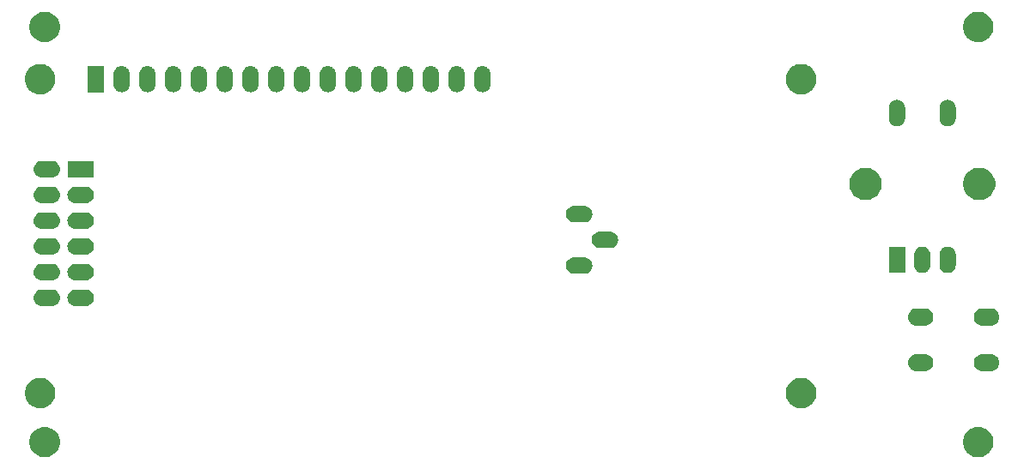
<source format=gbr>
G04 #@! TF.GenerationSoftware,KiCad,Pcbnew,(5.0.1)-rc2*
G04 #@! TF.CreationDate,2020-08-26T14:00:55+08:00*
G04 #@! TF.ProjectId,Peristaltic Pump PCB,506572697374616C7469632050756D70,rev?*
G04 #@! TF.SameCoordinates,PX2ebae40PY9d5b340*
G04 #@! TF.FileFunction,Soldermask,Bot*
G04 #@! TF.FilePolarity,Negative*
%FSLAX46Y46*%
G04 Gerber Fmt 4.6, Leading zero omitted, Abs format (unit mm)*
G04 Created by KiCad (PCBNEW (5.0.1)-rc2) date 08/26/20 14:00:55*
%MOMM*%
%LPD*%
G01*
G04 APERTURE LIST*
%ADD10C,0.100000*%
G04 APERTURE END LIST*
D10*
G36*
X96340935Y61461571D02*
X96437534Y61442356D01*
X96710517Y61329283D01*
X96952920Y61167313D01*
X96956197Y61165124D01*
X97165124Y60956197D01*
X97329284Y60710515D01*
X97442356Y60437533D01*
X97500000Y60147739D01*
X97500000Y59852261D01*
X97442356Y59562467D01*
X97329284Y59289485D01*
X97165124Y59043803D01*
X96956197Y58834876D01*
X96956194Y58834874D01*
X96710517Y58670717D01*
X96437534Y58557644D01*
X96340935Y58538429D01*
X96147739Y58500000D01*
X95852261Y58500000D01*
X95659065Y58538429D01*
X95562466Y58557644D01*
X95289483Y58670717D01*
X95043806Y58834874D01*
X95043803Y58834876D01*
X94834876Y59043803D01*
X94670716Y59289485D01*
X94557644Y59562467D01*
X94500000Y59852261D01*
X94500000Y60147739D01*
X94557644Y60437533D01*
X94670716Y60710515D01*
X94834876Y60956197D01*
X95043803Y61165124D01*
X95047080Y61167313D01*
X95289483Y61329283D01*
X95562466Y61442356D01*
X95659065Y61461571D01*
X95852261Y61500000D01*
X96147739Y61500000D01*
X96340935Y61461571D01*
X96340935Y61461571D01*
G37*
G36*
X4340935Y61461571D02*
X4437534Y61442356D01*
X4710517Y61329283D01*
X4952920Y61167313D01*
X4956197Y61165124D01*
X5165124Y60956197D01*
X5329284Y60710515D01*
X5442356Y60437533D01*
X5500000Y60147739D01*
X5500000Y59852261D01*
X5442356Y59562467D01*
X5329284Y59289485D01*
X5165124Y59043803D01*
X4956197Y58834876D01*
X4956194Y58834874D01*
X4710517Y58670717D01*
X4437534Y58557644D01*
X4340935Y58538429D01*
X4147739Y58500000D01*
X3852261Y58500000D01*
X3659065Y58538429D01*
X3562466Y58557644D01*
X3289483Y58670717D01*
X3043806Y58834874D01*
X3043803Y58834876D01*
X2834876Y59043803D01*
X2670716Y59289485D01*
X2557644Y59562467D01*
X2500000Y59852261D01*
X2500000Y60147739D01*
X2557644Y60437533D01*
X2670716Y60710515D01*
X2834876Y60956197D01*
X3043803Y61165124D01*
X3047080Y61167313D01*
X3289483Y61329283D01*
X3562466Y61442356D01*
X3659065Y61461571D01*
X3852261Y61500000D01*
X4147739Y61500000D01*
X4340935Y61461571D01*
X4340935Y61461571D01*
G37*
G36*
X3896835Y66310871D02*
X3993434Y66291656D01*
X4266417Y66178583D01*
X4508820Y66016613D01*
X4512097Y66014424D01*
X4721024Y65805497D01*
X4885184Y65559815D01*
X4998256Y65286833D01*
X5055900Y64997039D01*
X5055900Y64701561D01*
X4998256Y64411767D01*
X4885184Y64138785D01*
X4721024Y63893103D01*
X4512097Y63684176D01*
X4512094Y63684174D01*
X4266417Y63520017D01*
X3993434Y63406944D01*
X3896835Y63387729D01*
X3703639Y63349300D01*
X3408161Y63349300D01*
X3214965Y63387729D01*
X3118366Y63406944D01*
X2845383Y63520017D01*
X2599706Y63684174D01*
X2599703Y63684176D01*
X2390776Y63893103D01*
X2226616Y64138785D01*
X2113544Y64411767D01*
X2055900Y64701561D01*
X2055900Y64997039D01*
X2113544Y65286833D01*
X2226616Y65559815D01*
X2390776Y65805497D01*
X2599703Y66014424D01*
X2602980Y66016613D01*
X2845383Y66178583D01*
X3118366Y66291656D01*
X3214965Y66310871D01*
X3408161Y66349300D01*
X3703639Y66349300D01*
X3896835Y66310871D01*
X3896835Y66310871D01*
G37*
G36*
X78895415Y66310871D02*
X78992014Y66291656D01*
X79264997Y66178583D01*
X79507400Y66016613D01*
X79510677Y66014424D01*
X79719604Y65805497D01*
X79883764Y65559815D01*
X79996836Y65286833D01*
X80054480Y64997039D01*
X80054480Y64701561D01*
X79996836Y64411767D01*
X79883764Y64138785D01*
X79719604Y63893103D01*
X79510677Y63684176D01*
X79510674Y63684174D01*
X79264997Y63520017D01*
X78992014Y63406944D01*
X78895415Y63387729D01*
X78702219Y63349300D01*
X78406741Y63349300D01*
X78213545Y63387729D01*
X78116946Y63406944D01*
X77843963Y63520017D01*
X77598286Y63684174D01*
X77598283Y63684176D01*
X77389356Y63893103D01*
X77225196Y64138785D01*
X77112124Y64411767D01*
X77054480Y64701561D01*
X77054480Y64997039D01*
X77112124Y65286833D01*
X77225196Y65559815D01*
X77389356Y65805497D01*
X77598283Y66014424D01*
X77601560Y66016613D01*
X77843963Y66178583D01*
X78116946Y66291656D01*
X78213545Y66310871D01*
X78406741Y66349300D01*
X78702219Y66349300D01*
X78895415Y66310871D01*
X78895415Y66310871D01*
G37*
G36*
X90901630Y68692701D02*
X91061855Y68644097D01*
X91209520Y68565169D01*
X91338949Y68458949D01*
X91445169Y68329520D01*
X91524097Y68181855D01*
X91572701Y68021630D01*
X91589112Y67855000D01*
X91572701Y67688370D01*
X91524097Y67528145D01*
X91445169Y67380480D01*
X91338949Y67251051D01*
X91209520Y67144831D01*
X91061855Y67065903D01*
X90901630Y67017299D01*
X90776752Y67005000D01*
X89893248Y67005000D01*
X89768370Y67017299D01*
X89608145Y67065903D01*
X89460480Y67144831D01*
X89331051Y67251051D01*
X89224831Y67380480D01*
X89145903Y67528145D01*
X89097299Y67688370D01*
X89080888Y67855000D01*
X89097299Y68021630D01*
X89145903Y68181855D01*
X89224831Y68329520D01*
X89331051Y68458949D01*
X89460480Y68565169D01*
X89608145Y68644097D01*
X89768370Y68692701D01*
X89893248Y68705000D01*
X90776752Y68705000D01*
X90901630Y68692701D01*
X90901630Y68692701D01*
G37*
G36*
X97401630Y68692701D02*
X97561855Y68644097D01*
X97709520Y68565169D01*
X97838949Y68458949D01*
X97945169Y68329520D01*
X98024097Y68181855D01*
X98072701Y68021630D01*
X98089112Y67855000D01*
X98072701Y67688370D01*
X98024097Y67528145D01*
X97945169Y67380480D01*
X97838949Y67251051D01*
X97709520Y67144831D01*
X97561855Y67065903D01*
X97401630Y67017299D01*
X97276752Y67005000D01*
X96393248Y67005000D01*
X96268370Y67017299D01*
X96108145Y67065903D01*
X95960480Y67144831D01*
X95831051Y67251051D01*
X95724831Y67380480D01*
X95645903Y67528145D01*
X95597299Y67688370D01*
X95580888Y67855000D01*
X95597299Y68021630D01*
X95645903Y68181855D01*
X95724831Y68329520D01*
X95831051Y68458949D01*
X95960480Y68565169D01*
X96108145Y68644097D01*
X96268370Y68692701D01*
X96393248Y68705000D01*
X97276752Y68705000D01*
X97401630Y68692701D01*
X97401630Y68692701D01*
G37*
G36*
X90901630Y73192701D02*
X91061855Y73144097D01*
X91209520Y73065169D01*
X91338949Y72958949D01*
X91445169Y72829520D01*
X91524097Y72681855D01*
X91572701Y72521630D01*
X91589112Y72355000D01*
X91572701Y72188370D01*
X91524097Y72028145D01*
X91445169Y71880480D01*
X91338949Y71751051D01*
X91209520Y71644831D01*
X91061855Y71565903D01*
X90901630Y71517299D01*
X90776752Y71505000D01*
X89893248Y71505000D01*
X89768370Y71517299D01*
X89608145Y71565903D01*
X89460480Y71644831D01*
X89331051Y71751051D01*
X89224831Y71880480D01*
X89145903Y72028145D01*
X89097299Y72188370D01*
X89080888Y72355000D01*
X89097299Y72521630D01*
X89145903Y72681855D01*
X89224831Y72829520D01*
X89331051Y72958949D01*
X89460480Y73065169D01*
X89608145Y73144097D01*
X89768370Y73192701D01*
X89893248Y73205000D01*
X90776752Y73205000D01*
X90901630Y73192701D01*
X90901630Y73192701D01*
G37*
G36*
X97401630Y73192701D02*
X97561855Y73144097D01*
X97709520Y73065169D01*
X97838949Y72958949D01*
X97945169Y72829520D01*
X98024097Y72681855D01*
X98072701Y72521630D01*
X98089112Y72355000D01*
X98072701Y72188370D01*
X98024097Y72028145D01*
X97945169Y71880480D01*
X97838949Y71751051D01*
X97709520Y71644831D01*
X97561855Y71565903D01*
X97401630Y71517299D01*
X97276752Y71505000D01*
X96393248Y71505000D01*
X96268370Y71517299D01*
X96108145Y71565903D01*
X95960480Y71644831D01*
X95831051Y71751051D01*
X95724831Y71880480D01*
X95645903Y72028145D01*
X95597299Y72188370D01*
X95580888Y72355000D01*
X95597299Y72521630D01*
X95645903Y72681855D01*
X95724831Y72829520D01*
X95831051Y72958949D01*
X95960480Y73065169D01*
X96108145Y73144097D01*
X96268370Y73192701D01*
X96393248Y73205000D01*
X97276752Y73205000D01*
X97401630Y73192701D01*
X97401630Y73192701D01*
G37*
G36*
X8167649Y75052283D02*
X8206827Y75048424D01*
X8282228Y75025551D01*
X8357629Y75002679D01*
X8496608Y74928392D01*
X8618422Y74828422D01*
X8718392Y74706608D01*
X8792679Y74567629D01*
X8838424Y74416826D01*
X8853870Y74260000D01*
X8838424Y74103174D01*
X8792679Y73952371D01*
X8718392Y73813392D01*
X8618422Y73691578D01*
X8496608Y73591608D01*
X8357629Y73517321D01*
X8282228Y73494449D01*
X8206827Y73471576D01*
X8167649Y73467717D01*
X8089295Y73460000D01*
X7010705Y73460000D01*
X6932351Y73467717D01*
X6893173Y73471576D01*
X6817772Y73494449D01*
X6742371Y73517321D01*
X6603392Y73591608D01*
X6481578Y73691578D01*
X6381608Y73813392D01*
X6307321Y73952371D01*
X6261576Y74103174D01*
X6246130Y74260000D01*
X6261576Y74416826D01*
X6307321Y74567629D01*
X6381608Y74706608D01*
X6481578Y74828422D01*
X6603392Y74928392D01*
X6742371Y75002679D01*
X6817772Y75025551D01*
X6893173Y75048424D01*
X6932351Y75052283D01*
X7010705Y75060000D01*
X8089295Y75060000D01*
X8167649Y75052283D01*
X8167649Y75052283D01*
G37*
G36*
X4827649Y75052283D02*
X4866827Y75048424D01*
X4942228Y75025551D01*
X5017629Y75002679D01*
X5156608Y74928392D01*
X5278422Y74828422D01*
X5378392Y74706608D01*
X5452679Y74567629D01*
X5498424Y74416826D01*
X5513870Y74260000D01*
X5498424Y74103174D01*
X5452679Y73952371D01*
X5378392Y73813392D01*
X5278422Y73691578D01*
X5156608Y73591608D01*
X5017629Y73517321D01*
X4942228Y73494449D01*
X4866827Y73471576D01*
X4827649Y73467717D01*
X4749295Y73460000D01*
X3670705Y73460000D01*
X3592351Y73467717D01*
X3553173Y73471576D01*
X3477772Y73494449D01*
X3402371Y73517321D01*
X3263392Y73591608D01*
X3141578Y73691578D01*
X3041608Y73813392D01*
X2967321Y73952371D01*
X2921576Y74103174D01*
X2906130Y74260000D01*
X2921576Y74416826D01*
X2967321Y74567629D01*
X3041608Y74706608D01*
X3141578Y74828422D01*
X3263392Y74928392D01*
X3402371Y75002679D01*
X3477772Y75025551D01*
X3553173Y75048424D01*
X3592351Y75052283D01*
X3670705Y75060000D01*
X4749295Y75060000D01*
X4827649Y75052283D01*
X4827649Y75052283D01*
G37*
G36*
X4827649Y77592283D02*
X4866827Y77588424D01*
X4942227Y77565552D01*
X5017629Y77542679D01*
X5156608Y77468392D01*
X5278422Y77368422D01*
X5378392Y77246608D01*
X5452679Y77107629D01*
X5452679Y77107628D01*
X5498424Y76956827D01*
X5513870Y76800000D01*
X5498424Y76643173D01*
X5475552Y76567773D01*
X5452679Y76492371D01*
X5378392Y76353392D01*
X5278422Y76231578D01*
X5156608Y76131608D01*
X5017629Y76057321D01*
X4942228Y76034449D01*
X4866827Y76011576D01*
X4827649Y76007717D01*
X4749295Y76000000D01*
X3670705Y76000000D01*
X3592351Y76007717D01*
X3553173Y76011576D01*
X3477772Y76034449D01*
X3402371Y76057321D01*
X3263392Y76131608D01*
X3141578Y76231578D01*
X3041608Y76353392D01*
X2967321Y76492371D01*
X2944449Y76567772D01*
X2921576Y76643173D01*
X2906130Y76800000D01*
X2921576Y76956827D01*
X2967321Y77107628D01*
X2967321Y77107629D01*
X3041608Y77246608D01*
X3141578Y77368422D01*
X3263392Y77468392D01*
X3402371Y77542679D01*
X3477773Y77565552D01*
X3553173Y77588424D01*
X3592351Y77592283D01*
X3670705Y77600000D01*
X4749295Y77600000D01*
X4827649Y77592283D01*
X4827649Y77592283D01*
G37*
G36*
X8167649Y77592283D02*
X8206827Y77588424D01*
X8282227Y77565552D01*
X8357629Y77542679D01*
X8496608Y77468392D01*
X8618422Y77368422D01*
X8718392Y77246608D01*
X8792679Y77107629D01*
X8792679Y77107628D01*
X8838424Y76956827D01*
X8853870Y76800000D01*
X8838424Y76643173D01*
X8815552Y76567773D01*
X8792679Y76492371D01*
X8718392Y76353392D01*
X8618422Y76231578D01*
X8496608Y76131608D01*
X8357629Y76057321D01*
X8282228Y76034449D01*
X8206827Y76011576D01*
X8167649Y76007717D01*
X8089295Y76000000D01*
X7010705Y76000000D01*
X6932351Y76007717D01*
X6893173Y76011576D01*
X6817772Y76034449D01*
X6742371Y76057321D01*
X6603392Y76131608D01*
X6481578Y76231578D01*
X6381608Y76353392D01*
X6307321Y76492371D01*
X6284449Y76567772D01*
X6261576Y76643173D01*
X6246130Y76800000D01*
X6261576Y76956827D01*
X6307321Y77107628D01*
X6307321Y77107629D01*
X6381608Y77246608D01*
X6481578Y77368422D01*
X6603392Y77468392D01*
X6742371Y77542679D01*
X6817773Y77565552D01*
X6893173Y77588424D01*
X6932351Y77592283D01*
X7010705Y77600000D01*
X8089295Y77600000D01*
X8167649Y77592283D01*
X8167649Y77592283D01*
G37*
G36*
X57297649Y78227283D02*
X57336827Y78223424D01*
X57412227Y78200552D01*
X57487629Y78177679D01*
X57626608Y78103392D01*
X57748422Y78003422D01*
X57848392Y77881608D01*
X57922679Y77742629D01*
X57922679Y77742628D01*
X57965945Y77600000D01*
X57968424Y77591826D01*
X57983870Y77435000D01*
X57968424Y77278174D01*
X57922679Y77127371D01*
X57848392Y76988392D01*
X57748422Y76866578D01*
X57626608Y76766608D01*
X57487629Y76692321D01*
X57412227Y76669448D01*
X57336827Y76646576D01*
X57302286Y76643174D01*
X57219295Y76635000D01*
X56140705Y76635000D01*
X56057714Y76643174D01*
X56023173Y76646576D01*
X55947773Y76669448D01*
X55872371Y76692321D01*
X55733392Y76766608D01*
X55611578Y76866578D01*
X55511608Y76988392D01*
X55437321Y77127371D01*
X55391576Y77278174D01*
X55376130Y77435000D01*
X55391576Y77591826D01*
X55394056Y77600000D01*
X55437321Y77742628D01*
X55437321Y77742629D01*
X55511608Y77881608D01*
X55611578Y78003422D01*
X55733392Y78103392D01*
X55872371Y78177679D01*
X55947773Y78200552D01*
X56023173Y78223424D01*
X56062351Y78227283D01*
X56140705Y78235000D01*
X57219295Y78235000D01*
X57297649Y78227283D01*
X57297649Y78227283D01*
G37*
G36*
X90656826Y79288424D02*
X90732226Y79265552D01*
X90807628Y79242679D01*
X90946604Y79168394D01*
X90946606Y79168393D01*
X90946605Y79168393D01*
X91068422Y79068422D01*
X91068423Y79068420D01*
X91068425Y79068419D01*
X91168392Y78946608D01*
X91242679Y78807629D01*
X91253615Y78771578D01*
X91283941Y78671607D01*
X91288424Y78656826D01*
X91300000Y78539295D01*
X91300000Y77460705D01*
X91288424Y77343174D01*
X91242679Y77192371D01*
X91168392Y77053392D01*
X91068422Y76931578D01*
X90946608Y76831608D01*
X90807629Y76757321D01*
X90732228Y76734449D01*
X90656827Y76711576D01*
X90500000Y76696130D01*
X90343174Y76711576D01*
X90267773Y76734449D01*
X90192372Y76757321D01*
X90053393Y76831608D01*
X89931579Y76931578D01*
X89831609Y77053392D01*
X89757322Y77192371D01*
X89711577Y77343174D01*
X89700001Y77460705D01*
X89700000Y78539294D01*
X89711576Y78656825D01*
X89711577Y78656827D01*
X89734449Y78732227D01*
X89757321Y78807628D01*
X89831606Y78946604D01*
X89856600Y78977059D01*
X89931578Y79068422D01*
X89931580Y79068423D01*
X89931581Y79068425D01*
X90053392Y79168392D01*
X90192371Y79242679D01*
X90267773Y79265552D01*
X90343173Y79288424D01*
X90500000Y79303870D01*
X90656826Y79288424D01*
X90656826Y79288424D01*
G37*
G36*
X93156826Y79288424D02*
X93232226Y79265552D01*
X93307628Y79242679D01*
X93446604Y79168394D01*
X93446606Y79168393D01*
X93446605Y79168393D01*
X93568422Y79068422D01*
X93568423Y79068420D01*
X93568425Y79068419D01*
X93668392Y78946608D01*
X93742679Y78807629D01*
X93753615Y78771578D01*
X93783941Y78671607D01*
X93788424Y78656826D01*
X93800000Y78539295D01*
X93800000Y77460705D01*
X93788424Y77343174D01*
X93742679Y77192371D01*
X93668392Y77053392D01*
X93568422Y76931578D01*
X93446608Y76831608D01*
X93307629Y76757321D01*
X93232228Y76734449D01*
X93156827Y76711576D01*
X93000000Y76696130D01*
X92843174Y76711576D01*
X92767773Y76734449D01*
X92692372Y76757321D01*
X92553393Y76831608D01*
X92431579Y76931578D01*
X92331609Y77053392D01*
X92257322Y77192371D01*
X92211577Y77343174D01*
X92200001Y77460705D01*
X92200000Y78539294D01*
X92211576Y78656825D01*
X92211577Y78656827D01*
X92234449Y78732227D01*
X92257321Y78807628D01*
X92331606Y78946604D01*
X92356600Y78977059D01*
X92431578Y79068422D01*
X92431580Y79068423D01*
X92431581Y79068425D01*
X92553392Y79168392D01*
X92692371Y79242679D01*
X92767773Y79265552D01*
X92843173Y79288424D01*
X93000000Y79303870D01*
X93156826Y79288424D01*
X93156826Y79288424D01*
G37*
G36*
X88800000Y76700000D02*
X87200000Y76700000D01*
X87200000Y79300000D01*
X88800000Y79300000D01*
X88800000Y76700000D01*
X88800000Y76700000D01*
G37*
G36*
X8167649Y80132283D02*
X8206827Y80128424D01*
X8282227Y80105552D01*
X8357629Y80082679D01*
X8496608Y80008392D01*
X8618422Y79908422D01*
X8718392Y79786608D01*
X8792679Y79647629D01*
X8792679Y79647628D01*
X8838424Y79496827D01*
X8853870Y79340000D01*
X8838424Y79183173D01*
X8833940Y79168392D01*
X8792679Y79032371D01*
X8718392Y78893392D01*
X8618422Y78771578D01*
X8496608Y78671608D01*
X8357629Y78597321D01*
X8282228Y78574449D01*
X8206827Y78551576D01*
X8167649Y78547717D01*
X8089295Y78540000D01*
X7010705Y78540000D01*
X6932351Y78547717D01*
X6893173Y78551576D01*
X6817772Y78574449D01*
X6742371Y78597321D01*
X6603392Y78671608D01*
X6481578Y78771578D01*
X6381608Y78893392D01*
X6307321Y79032371D01*
X6266060Y79168392D01*
X6261576Y79183173D01*
X6246130Y79340000D01*
X6261576Y79496827D01*
X6307321Y79647628D01*
X6307321Y79647629D01*
X6381608Y79786608D01*
X6481578Y79908422D01*
X6603392Y80008392D01*
X6742371Y80082679D01*
X6817773Y80105552D01*
X6893173Y80128424D01*
X6932351Y80132283D01*
X7010705Y80140000D01*
X8089295Y80140000D01*
X8167649Y80132283D01*
X8167649Y80132283D01*
G37*
G36*
X4827649Y80132283D02*
X4866827Y80128424D01*
X4942227Y80105552D01*
X5017629Y80082679D01*
X5156608Y80008392D01*
X5278422Y79908422D01*
X5378392Y79786608D01*
X5452679Y79647629D01*
X5452679Y79647628D01*
X5498424Y79496827D01*
X5513870Y79340000D01*
X5498424Y79183173D01*
X5493940Y79168392D01*
X5452679Y79032371D01*
X5378392Y78893392D01*
X5278422Y78771578D01*
X5156608Y78671608D01*
X5017629Y78597321D01*
X4942228Y78574449D01*
X4866827Y78551576D01*
X4827649Y78547717D01*
X4749295Y78540000D01*
X3670705Y78540000D01*
X3592351Y78547717D01*
X3553173Y78551576D01*
X3477772Y78574449D01*
X3402371Y78597321D01*
X3263392Y78671608D01*
X3141578Y78771578D01*
X3041608Y78893392D01*
X2967321Y79032371D01*
X2926060Y79168392D01*
X2921576Y79183173D01*
X2906130Y79340000D01*
X2921576Y79496827D01*
X2967321Y79647628D01*
X2967321Y79647629D01*
X3041608Y79786608D01*
X3141578Y79908422D01*
X3263392Y80008392D01*
X3402371Y80082679D01*
X3477773Y80105552D01*
X3553173Y80128424D01*
X3592351Y80132283D01*
X3670705Y80140000D01*
X4749295Y80140000D01*
X4827649Y80132283D01*
X4827649Y80132283D01*
G37*
G36*
X59837649Y80767283D02*
X59876827Y80763424D01*
X59952228Y80740551D01*
X60027629Y80717679D01*
X60166608Y80643392D01*
X60288422Y80543422D01*
X60388392Y80421608D01*
X60462679Y80282629D01*
X60462679Y80282628D01*
X60505945Y80140000D01*
X60508424Y80131826D01*
X60523870Y79975000D01*
X60508424Y79818174D01*
X60462679Y79667371D01*
X60388392Y79528392D01*
X60288422Y79406578D01*
X60166608Y79306608D01*
X60027629Y79232321D01*
X59952228Y79209449D01*
X59876827Y79186576D01*
X59842286Y79183174D01*
X59759295Y79175000D01*
X58680705Y79175000D01*
X58597714Y79183174D01*
X58563173Y79186576D01*
X58487772Y79209449D01*
X58412371Y79232321D01*
X58273392Y79306608D01*
X58151578Y79406578D01*
X58051608Y79528392D01*
X57977321Y79667371D01*
X57931576Y79818174D01*
X57916130Y79975000D01*
X57931576Y80131826D01*
X57934056Y80140000D01*
X57977321Y80282628D01*
X57977321Y80282629D01*
X58051608Y80421608D01*
X58151578Y80543422D01*
X58273392Y80643392D01*
X58412371Y80717679D01*
X58487772Y80740551D01*
X58563173Y80763424D01*
X58602351Y80767283D01*
X58680705Y80775000D01*
X59759295Y80775000D01*
X59837649Y80767283D01*
X59837649Y80767283D01*
G37*
G36*
X8167649Y82672283D02*
X8206827Y82668424D01*
X8282228Y82645551D01*
X8357629Y82622679D01*
X8496608Y82548392D01*
X8618422Y82448422D01*
X8718392Y82326608D01*
X8792679Y82187629D01*
X8792679Y82187628D01*
X8838424Y82036827D01*
X8853870Y81880000D01*
X8838424Y81723173D01*
X8815552Y81647773D01*
X8792679Y81572371D01*
X8718392Y81433392D01*
X8618422Y81311578D01*
X8496608Y81211608D01*
X8357629Y81137321D01*
X8282228Y81114449D01*
X8206827Y81091576D01*
X8167649Y81087717D01*
X8089295Y81080000D01*
X7010705Y81080000D01*
X6932351Y81087717D01*
X6893173Y81091576D01*
X6817772Y81114449D01*
X6742371Y81137321D01*
X6603392Y81211608D01*
X6481578Y81311578D01*
X6381608Y81433392D01*
X6307321Y81572371D01*
X6284448Y81647773D01*
X6261576Y81723173D01*
X6246130Y81880000D01*
X6261576Y82036827D01*
X6307321Y82187628D01*
X6307321Y82187629D01*
X6381608Y82326608D01*
X6481578Y82448422D01*
X6603392Y82548392D01*
X6742371Y82622679D01*
X6817772Y82645551D01*
X6893173Y82668424D01*
X6932351Y82672283D01*
X7010705Y82680000D01*
X8089295Y82680000D01*
X8167649Y82672283D01*
X8167649Y82672283D01*
G37*
G36*
X4827649Y82672283D02*
X4866827Y82668424D01*
X4942228Y82645551D01*
X5017629Y82622679D01*
X5156608Y82548392D01*
X5278422Y82448422D01*
X5378392Y82326608D01*
X5452679Y82187629D01*
X5452679Y82187628D01*
X5498424Y82036827D01*
X5513870Y81880000D01*
X5498424Y81723173D01*
X5475552Y81647773D01*
X5452679Y81572371D01*
X5378392Y81433392D01*
X5278422Y81311578D01*
X5156608Y81211608D01*
X5017629Y81137321D01*
X4942228Y81114449D01*
X4866827Y81091576D01*
X4827649Y81087717D01*
X4749295Y81080000D01*
X3670705Y81080000D01*
X3592351Y81087717D01*
X3553173Y81091576D01*
X3477772Y81114449D01*
X3402371Y81137321D01*
X3263392Y81211608D01*
X3141578Y81311578D01*
X3041608Y81433392D01*
X2967321Y81572371D01*
X2944448Y81647773D01*
X2921576Y81723173D01*
X2906130Y81880000D01*
X2921576Y82036827D01*
X2967321Y82187628D01*
X2967321Y82187629D01*
X3041608Y82326608D01*
X3141578Y82448422D01*
X3263392Y82548392D01*
X3402371Y82622679D01*
X3477772Y82645551D01*
X3553173Y82668424D01*
X3592351Y82672283D01*
X3670705Y82680000D01*
X4749295Y82680000D01*
X4827649Y82672283D01*
X4827649Y82672283D01*
G37*
G36*
X57297649Y83307283D02*
X57336827Y83303424D01*
X57412227Y83280552D01*
X57487629Y83257679D01*
X57626608Y83183392D01*
X57748422Y83083422D01*
X57848392Y82961608D01*
X57922679Y82822629D01*
X57922679Y82822628D01*
X57965945Y82680000D01*
X57968424Y82671826D01*
X57983870Y82515000D01*
X57968424Y82358174D01*
X57922679Y82207371D01*
X57848392Y82068392D01*
X57748422Y81946578D01*
X57626608Y81846608D01*
X57487629Y81772321D01*
X57412227Y81749448D01*
X57336827Y81726576D01*
X57302286Y81723174D01*
X57219295Y81715000D01*
X56140705Y81715000D01*
X56057714Y81723174D01*
X56023173Y81726576D01*
X55947773Y81749448D01*
X55872371Y81772321D01*
X55733392Y81846608D01*
X55611578Y81946578D01*
X55511608Y82068392D01*
X55437321Y82207371D01*
X55391576Y82358174D01*
X55376130Y82515000D01*
X55391576Y82671826D01*
X55394056Y82680000D01*
X55437321Y82822628D01*
X55437321Y82822629D01*
X55511608Y82961608D01*
X55611578Y83083422D01*
X55733392Y83183392D01*
X55872371Y83257679D01*
X55947773Y83280552D01*
X56023173Y83303424D01*
X56062351Y83307283D01*
X56140705Y83315000D01*
X57219295Y83315000D01*
X57297649Y83307283D01*
X57297649Y83307283D01*
G37*
G36*
X4827649Y85212283D02*
X4866827Y85208424D01*
X4942227Y85185552D01*
X5017629Y85162679D01*
X5156608Y85088392D01*
X5278422Y84988422D01*
X5378392Y84866608D01*
X5452679Y84727629D01*
X5498424Y84576826D01*
X5513870Y84420000D01*
X5498424Y84263174D01*
X5452679Y84112371D01*
X5378392Y83973392D01*
X5278422Y83851578D01*
X5156608Y83751608D01*
X5017629Y83677321D01*
X4942228Y83654449D01*
X4866827Y83631576D01*
X4827649Y83627717D01*
X4749295Y83620000D01*
X3670705Y83620000D01*
X3592351Y83627717D01*
X3553173Y83631576D01*
X3477773Y83654448D01*
X3402371Y83677321D01*
X3263392Y83751608D01*
X3141578Y83851578D01*
X3041608Y83973392D01*
X2967321Y84112371D01*
X2921576Y84263174D01*
X2906130Y84420000D01*
X2921576Y84576826D01*
X2967321Y84727629D01*
X3041608Y84866608D01*
X3141578Y84988422D01*
X3263392Y85088392D01*
X3402371Y85162679D01*
X3477773Y85185552D01*
X3553173Y85208424D01*
X3592351Y85212283D01*
X3670705Y85220000D01*
X4749295Y85220000D01*
X4827649Y85212283D01*
X4827649Y85212283D01*
G37*
G36*
X8167649Y85212283D02*
X8206827Y85208424D01*
X8282227Y85185552D01*
X8357629Y85162679D01*
X8496608Y85088392D01*
X8618422Y84988422D01*
X8718392Y84866608D01*
X8792679Y84727629D01*
X8838424Y84576826D01*
X8853870Y84420000D01*
X8838424Y84263174D01*
X8792679Y84112371D01*
X8718392Y83973392D01*
X8618422Y83851578D01*
X8496608Y83751608D01*
X8357629Y83677321D01*
X8282228Y83654449D01*
X8206827Y83631576D01*
X8167649Y83627717D01*
X8089295Y83620000D01*
X7010705Y83620000D01*
X6932351Y83627717D01*
X6893173Y83631576D01*
X6817773Y83654448D01*
X6742371Y83677321D01*
X6603392Y83751608D01*
X6481578Y83851578D01*
X6381608Y83973392D01*
X6307321Y84112371D01*
X6261576Y84263174D01*
X6246130Y84420000D01*
X6261576Y84576826D01*
X6307321Y84727629D01*
X6381608Y84866608D01*
X6481578Y84988422D01*
X6603392Y85088392D01*
X6742371Y85162679D01*
X6817773Y85185552D01*
X6893173Y85208424D01*
X6932351Y85212283D01*
X7010705Y85220000D01*
X8089295Y85220000D01*
X8167649Y85212283D01*
X8167649Y85212283D01*
G37*
G36*
X96566703Y87038514D02*
X96857883Y86917903D01*
X97119944Y86742799D01*
X97342799Y86519944D01*
X97517903Y86257883D01*
X97638514Y85966703D01*
X97700000Y85657588D01*
X97700000Y85342412D01*
X97638514Y85033297D01*
X97517903Y84742117D01*
X97342799Y84480056D01*
X97119944Y84257201D01*
X96857883Y84082097D01*
X96566703Y83961486D01*
X96257588Y83900000D01*
X95942412Y83900000D01*
X95633297Y83961486D01*
X95342117Y84082097D01*
X95080056Y84257201D01*
X94857201Y84480056D01*
X94682097Y84742117D01*
X94561486Y85033297D01*
X94500000Y85342412D01*
X94500000Y85657588D01*
X94561486Y85966703D01*
X94682097Y86257883D01*
X94857201Y86519944D01*
X95080056Y86742799D01*
X95342117Y86917903D01*
X95633297Y87038514D01*
X95942412Y87100000D01*
X96257588Y87100000D01*
X96566703Y87038514D01*
X96566703Y87038514D01*
G37*
G36*
X85366703Y87038514D02*
X85657883Y86917903D01*
X85919944Y86742799D01*
X86142799Y86519944D01*
X86317903Y86257883D01*
X86438514Y85966703D01*
X86500000Y85657588D01*
X86500000Y85342412D01*
X86438514Y85033297D01*
X86317903Y84742117D01*
X86142799Y84480056D01*
X85919944Y84257201D01*
X85657883Y84082097D01*
X85366703Y83961486D01*
X85057588Y83900000D01*
X84742412Y83900000D01*
X84433297Y83961486D01*
X84142117Y84082097D01*
X83880056Y84257201D01*
X83657201Y84480056D01*
X83482097Y84742117D01*
X83361486Y85033297D01*
X83300000Y85342412D01*
X83300000Y85657588D01*
X83361486Y85966703D01*
X83482097Y86257883D01*
X83657201Y86519944D01*
X83880056Y86742799D01*
X84142117Y86917903D01*
X84433297Y87038514D01*
X84742412Y87100000D01*
X85057588Y87100000D01*
X85366703Y87038514D01*
X85366703Y87038514D01*
G37*
G36*
X4827649Y87752283D02*
X4866827Y87748424D01*
X4942228Y87725551D01*
X5017629Y87702679D01*
X5156608Y87628392D01*
X5278422Y87528422D01*
X5378392Y87406608D01*
X5452679Y87267629D01*
X5498424Y87116826D01*
X5513870Y86960000D01*
X5498424Y86803174D01*
X5452679Y86652371D01*
X5378392Y86513392D01*
X5278422Y86391578D01*
X5156608Y86291608D01*
X5017629Y86217321D01*
X4942227Y86194448D01*
X4866827Y86171576D01*
X4827649Y86167717D01*
X4749295Y86160000D01*
X3670705Y86160000D01*
X3592351Y86167717D01*
X3553173Y86171576D01*
X3477772Y86194449D01*
X3402371Y86217321D01*
X3263392Y86291608D01*
X3141578Y86391578D01*
X3041608Y86513392D01*
X2967321Y86652371D01*
X2921576Y86803174D01*
X2906130Y86960000D01*
X2921576Y87116826D01*
X2967321Y87267629D01*
X3041608Y87406608D01*
X3141578Y87528422D01*
X3263392Y87628392D01*
X3402371Y87702679D01*
X3477772Y87725551D01*
X3553173Y87748424D01*
X3592351Y87752283D01*
X3670705Y87760000D01*
X4749295Y87760000D01*
X4827649Y87752283D01*
X4827649Y87752283D01*
G37*
G36*
X8850000Y86160000D02*
X6250000Y86160000D01*
X6250000Y87760000D01*
X8850000Y87760000D01*
X8850000Y86160000D01*
X8850000Y86160000D01*
G37*
G36*
X93156826Y93788424D02*
X93232226Y93765552D01*
X93307628Y93742679D01*
X93446604Y93668394D01*
X93446606Y93668393D01*
X93446605Y93668393D01*
X93568422Y93568422D01*
X93568423Y93568420D01*
X93568425Y93568419D01*
X93668392Y93446608D01*
X93742679Y93307629D01*
X93788424Y93156826D01*
X93800000Y93039295D01*
X93800000Y91960705D01*
X93788424Y91843174D01*
X93742679Y91692371D01*
X93668392Y91553392D01*
X93568422Y91431578D01*
X93446608Y91331608D01*
X93307629Y91257321D01*
X93232228Y91234449D01*
X93156827Y91211576D01*
X93000000Y91196130D01*
X92843174Y91211576D01*
X92767773Y91234449D01*
X92692372Y91257321D01*
X92553393Y91331608D01*
X92431579Y91431578D01*
X92331609Y91553392D01*
X92257322Y91692371D01*
X92211577Y91843174D01*
X92200001Y91960705D01*
X92200000Y93039294D01*
X92211576Y93156825D01*
X92211577Y93156827D01*
X92257321Y93307627D01*
X92257321Y93307628D01*
X92331606Y93446604D01*
X92431576Y93568419D01*
X92431578Y93568422D01*
X92431580Y93568423D01*
X92431581Y93568425D01*
X92553392Y93668392D01*
X92692371Y93742679D01*
X92767772Y93765551D01*
X92843173Y93788424D01*
X93000000Y93803870D01*
X93156826Y93788424D01*
X93156826Y93788424D01*
G37*
G36*
X88156826Y93788424D02*
X88232226Y93765552D01*
X88307628Y93742679D01*
X88446604Y93668394D01*
X88446606Y93668393D01*
X88446605Y93668393D01*
X88568422Y93568422D01*
X88568423Y93568420D01*
X88568425Y93568419D01*
X88668392Y93446608D01*
X88742679Y93307629D01*
X88788424Y93156826D01*
X88800000Y93039295D01*
X88800000Y91960705D01*
X88788424Y91843174D01*
X88742679Y91692371D01*
X88668392Y91553392D01*
X88568422Y91431578D01*
X88446608Y91331608D01*
X88307629Y91257321D01*
X88232228Y91234449D01*
X88156827Y91211576D01*
X88000000Y91196130D01*
X87843174Y91211576D01*
X87767773Y91234449D01*
X87692372Y91257321D01*
X87553393Y91331608D01*
X87431579Y91431578D01*
X87331609Y91553392D01*
X87257322Y91692371D01*
X87211577Y91843174D01*
X87200001Y91960705D01*
X87200000Y93039294D01*
X87211576Y93156825D01*
X87211577Y93156827D01*
X87257321Y93307627D01*
X87257321Y93307628D01*
X87331606Y93446604D01*
X87431576Y93568419D01*
X87431578Y93568422D01*
X87431580Y93568423D01*
X87431581Y93568425D01*
X87553392Y93668392D01*
X87692371Y93742679D01*
X87767772Y93765551D01*
X87843173Y93788424D01*
X88000000Y93803870D01*
X88156826Y93788424D01*
X88156826Y93788424D01*
G37*
G36*
X3896835Y97311571D02*
X3993434Y97292356D01*
X4266417Y97179283D01*
X4327566Y97138424D01*
X4512097Y97015124D01*
X4721024Y96806197D01*
X4885184Y96560515D01*
X4907423Y96506825D01*
X4956107Y96389292D01*
X4998256Y96287533D01*
X5055900Y95997739D01*
X5055900Y95702261D01*
X4998256Y95412467D01*
X4885184Y95139485D01*
X4721024Y94893803D01*
X4512097Y94684876D01*
X4512094Y94684874D01*
X4266417Y94520717D01*
X3993434Y94407644D01*
X3896835Y94388429D01*
X3703639Y94350000D01*
X3408161Y94350000D01*
X3214965Y94388429D01*
X3118366Y94407644D01*
X2845383Y94520717D01*
X2599706Y94684874D01*
X2599703Y94684876D01*
X2390776Y94893803D01*
X2226616Y95139485D01*
X2113544Y95412467D01*
X2055900Y95702261D01*
X2055900Y95997739D01*
X2113544Y96287533D01*
X2155694Y96389292D01*
X2204377Y96506825D01*
X2226616Y96560515D01*
X2390776Y96806197D01*
X2599703Y97015124D01*
X2784234Y97138424D01*
X2845383Y97179283D01*
X3118366Y97292356D01*
X3214965Y97311571D01*
X3408161Y97350000D01*
X3703639Y97350000D01*
X3896835Y97311571D01*
X3896835Y97311571D01*
G37*
G36*
X78895935Y97311571D02*
X78992534Y97292356D01*
X79265517Y97179283D01*
X79326666Y97138424D01*
X79511197Y97015124D01*
X79720124Y96806197D01*
X79884284Y96560515D01*
X79906523Y96506825D01*
X79955207Y96389292D01*
X79997356Y96287533D01*
X80055000Y95997739D01*
X80055000Y95702261D01*
X79997356Y95412467D01*
X79884284Y95139485D01*
X79720124Y94893803D01*
X79511197Y94684876D01*
X79511194Y94684874D01*
X79265517Y94520717D01*
X78992534Y94407644D01*
X78895935Y94388429D01*
X78702739Y94350000D01*
X78407261Y94350000D01*
X78214065Y94388429D01*
X78117466Y94407644D01*
X77844483Y94520717D01*
X77598806Y94684874D01*
X77598803Y94684876D01*
X77389876Y94893803D01*
X77225716Y95139485D01*
X77112644Y95412467D01*
X77055000Y95702261D01*
X77055000Y95997739D01*
X77112644Y96287533D01*
X77154794Y96389292D01*
X77203477Y96506825D01*
X77225716Y96560515D01*
X77389876Y96806197D01*
X77598803Y97015124D01*
X77783334Y97138424D01*
X77844483Y97179283D01*
X78117466Y97292356D01*
X78214065Y97311571D01*
X78407261Y97350000D01*
X78702739Y97350000D01*
X78895935Y97311571D01*
X78895935Y97311571D01*
G37*
G36*
X24451826Y97138424D02*
X24527227Y97115551D01*
X24602628Y97092679D01*
X24741604Y97018394D01*
X24772059Y96993400D01*
X24863422Y96918422D01*
X24863423Y96918420D01*
X24863425Y96918419D01*
X24963392Y96796608D01*
X25037679Y96657629D01*
X25083424Y96506826D01*
X25095000Y96389295D01*
X25095000Y95310705D01*
X25083424Y95193174D01*
X25037679Y95042371D01*
X24963392Y94903392D01*
X24863422Y94781578D01*
X24741608Y94681608D01*
X24602629Y94607321D01*
X24527227Y94584448D01*
X24451827Y94561576D01*
X24295000Y94546130D01*
X24138174Y94561576D01*
X24062774Y94584448D01*
X23987372Y94607321D01*
X23848393Y94681608D01*
X23726579Y94781578D01*
X23626609Y94903392D01*
X23552322Y95042371D01*
X23506577Y95193174D01*
X23495001Y95310705D01*
X23495000Y96389294D01*
X23506576Y96506825D01*
X23506577Y96506827D01*
X23552321Y96657627D01*
X23552321Y96657628D01*
X23626606Y96796604D01*
X23726576Y96918419D01*
X23726578Y96918422D01*
X23726580Y96918423D01*
X23726581Y96918425D01*
X23848392Y97018392D01*
X23987371Y97092679D01*
X24062772Y97115551D01*
X24138173Y97138424D01*
X24295000Y97153870D01*
X24451826Y97138424D01*
X24451826Y97138424D01*
G37*
G36*
X47311826Y97138424D02*
X47387227Y97115551D01*
X47462628Y97092679D01*
X47601604Y97018394D01*
X47632059Y96993400D01*
X47723422Y96918422D01*
X47723423Y96918420D01*
X47723425Y96918419D01*
X47823392Y96796608D01*
X47897679Y96657629D01*
X47943424Y96506826D01*
X47955000Y96389295D01*
X47955000Y95310705D01*
X47943424Y95193174D01*
X47897679Y95042371D01*
X47823392Y94903392D01*
X47723422Y94781578D01*
X47601608Y94681608D01*
X47462629Y94607321D01*
X47387227Y94584448D01*
X47311827Y94561576D01*
X47155000Y94546130D01*
X46998174Y94561576D01*
X46922774Y94584448D01*
X46847372Y94607321D01*
X46708393Y94681608D01*
X46586579Y94781578D01*
X46486609Y94903392D01*
X46412322Y95042371D01*
X46366577Y95193174D01*
X46355001Y95310705D01*
X46355000Y96389294D01*
X46366576Y96506825D01*
X46366577Y96506827D01*
X46412321Y96657627D01*
X46412321Y96657628D01*
X46486606Y96796604D01*
X46586576Y96918419D01*
X46586578Y96918422D01*
X46586580Y96918423D01*
X46586581Y96918425D01*
X46708392Y97018392D01*
X46847371Y97092679D01*
X46922772Y97115551D01*
X46998173Y97138424D01*
X47155000Y97153870D01*
X47311826Y97138424D01*
X47311826Y97138424D01*
G37*
G36*
X44771826Y97138424D02*
X44847227Y97115551D01*
X44922628Y97092679D01*
X45061604Y97018394D01*
X45092059Y96993400D01*
X45183422Y96918422D01*
X45183423Y96918420D01*
X45183425Y96918419D01*
X45283392Y96796608D01*
X45357679Y96657629D01*
X45403424Y96506826D01*
X45415000Y96389295D01*
X45415000Y95310705D01*
X45403424Y95193174D01*
X45357679Y95042371D01*
X45283392Y94903392D01*
X45183422Y94781578D01*
X45061608Y94681608D01*
X44922629Y94607321D01*
X44847227Y94584448D01*
X44771827Y94561576D01*
X44615000Y94546130D01*
X44458174Y94561576D01*
X44382774Y94584448D01*
X44307372Y94607321D01*
X44168393Y94681608D01*
X44046579Y94781578D01*
X43946609Y94903392D01*
X43872322Y95042371D01*
X43826577Y95193174D01*
X43815001Y95310705D01*
X43815000Y96389294D01*
X43826576Y96506825D01*
X43826577Y96506827D01*
X43872321Y96657627D01*
X43872321Y96657628D01*
X43946606Y96796604D01*
X44046576Y96918419D01*
X44046578Y96918422D01*
X44046580Y96918423D01*
X44046581Y96918425D01*
X44168392Y97018392D01*
X44307371Y97092679D01*
X44382772Y97115551D01*
X44458173Y97138424D01*
X44615000Y97153870D01*
X44771826Y97138424D01*
X44771826Y97138424D01*
G37*
G36*
X42231826Y97138424D02*
X42307227Y97115551D01*
X42382628Y97092679D01*
X42521604Y97018394D01*
X42552059Y96993400D01*
X42643422Y96918422D01*
X42643423Y96918420D01*
X42643425Y96918419D01*
X42743392Y96796608D01*
X42817679Y96657629D01*
X42863424Y96506826D01*
X42875000Y96389295D01*
X42875000Y95310705D01*
X42863424Y95193174D01*
X42817679Y95042371D01*
X42743392Y94903392D01*
X42643422Y94781578D01*
X42521608Y94681608D01*
X42382629Y94607321D01*
X42307227Y94584448D01*
X42231827Y94561576D01*
X42075000Y94546130D01*
X41918174Y94561576D01*
X41842774Y94584448D01*
X41767372Y94607321D01*
X41628393Y94681608D01*
X41506579Y94781578D01*
X41406609Y94903392D01*
X41332322Y95042371D01*
X41286577Y95193174D01*
X41275001Y95310705D01*
X41275000Y96389294D01*
X41286576Y96506825D01*
X41286577Y96506827D01*
X41332321Y96657627D01*
X41332321Y96657628D01*
X41406606Y96796604D01*
X41506576Y96918419D01*
X41506578Y96918422D01*
X41506580Y96918423D01*
X41506581Y96918425D01*
X41628392Y97018392D01*
X41767371Y97092679D01*
X41842772Y97115551D01*
X41918173Y97138424D01*
X42075000Y97153870D01*
X42231826Y97138424D01*
X42231826Y97138424D01*
G37*
G36*
X39691826Y97138424D02*
X39767227Y97115551D01*
X39842628Y97092679D01*
X39981604Y97018394D01*
X40012059Y96993400D01*
X40103422Y96918422D01*
X40103423Y96918420D01*
X40103425Y96918419D01*
X40203392Y96796608D01*
X40277679Y96657629D01*
X40323424Y96506826D01*
X40335000Y96389295D01*
X40335000Y95310705D01*
X40323424Y95193174D01*
X40277679Y95042371D01*
X40203392Y94903392D01*
X40103422Y94781578D01*
X39981608Y94681608D01*
X39842629Y94607321D01*
X39767227Y94584448D01*
X39691827Y94561576D01*
X39535000Y94546130D01*
X39378174Y94561576D01*
X39302774Y94584448D01*
X39227372Y94607321D01*
X39088393Y94681608D01*
X38966579Y94781578D01*
X38866609Y94903392D01*
X38792322Y95042371D01*
X38746577Y95193174D01*
X38735001Y95310705D01*
X38735000Y96389294D01*
X38746576Y96506825D01*
X38746577Y96506827D01*
X38792321Y96657627D01*
X38792321Y96657628D01*
X38866606Y96796604D01*
X38966576Y96918419D01*
X38966578Y96918422D01*
X38966580Y96918423D01*
X38966581Y96918425D01*
X39088392Y97018392D01*
X39227371Y97092679D01*
X39302772Y97115551D01*
X39378173Y97138424D01*
X39535000Y97153870D01*
X39691826Y97138424D01*
X39691826Y97138424D01*
G37*
G36*
X37151826Y97138424D02*
X37227227Y97115551D01*
X37302628Y97092679D01*
X37441604Y97018394D01*
X37472059Y96993400D01*
X37563422Y96918422D01*
X37563423Y96918420D01*
X37563425Y96918419D01*
X37663392Y96796608D01*
X37737679Y96657629D01*
X37783424Y96506826D01*
X37795000Y96389295D01*
X37795000Y95310705D01*
X37783424Y95193174D01*
X37737679Y95042371D01*
X37663392Y94903392D01*
X37563422Y94781578D01*
X37441608Y94681608D01*
X37302629Y94607321D01*
X37227227Y94584448D01*
X37151827Y94561576D01*
X36995000Y94546130D01*
X36838174Y94561576D01*
X36762774Y94584448D01*
X36687372Y94607321D01*
X36548393Y94681608D01*
X36426579Y94781578D01*
X36326609Y94903392D01*
X36252322Y95042371D01*
X36206577Y95193174D01*
X36195001Y95310705D01*
X36195000Y96389294D01*
X36206576Y96506825D01*
X36206577Y96506827D01*
X36252321Y96657627D01*
X36252321Y96657628D01*
X36326606Y96796604D01*
X36426576Y96918419D01*
X36426578Y96918422D01*
X36426580Y96918423D01*
X36426581Y96918425D01*
X36548392Y97018392D01*
X36687371Y97092679D01*
X36762772Y97115551D01*
X36838173Y97138424D01*
X36995000Y97153870D01*
X37151826Y97138424D01*
X37151826Y97138424D01*
G37*
G36*
X34611826Y97138424D02*
X34687227Y97115551D01*
X34762628Y97092679D01*
X34901604Y97018394D01*
X34932059Y96993400D01*
X35023422Y96918422D01*
X35023423Y96918420D01*
X35023425Y96918419D01*
X35123392Y96796608D01*
X35197679Y96657629D01*
X35243424Y96506826D01*
X35255000Y96389295D01*
X35255000Y95310705D01*
X35243424Y95193174D01*
X35197679Y95042371D01*
X35123392Y94903392D01*
X35023422Y94781578D01*
X34901608Y94681608D01*
X34762629Y94607321D01*
X34687227Y94584448D01*
X34611827Y94561576D01*
X34455000Y94546130D01*
X34298174Y94561576D01*
X34222774Y94584448D01*
X34147372Y94607321D01*
X34008393Y94681608D01*
X33886579Y94781578D01*
X33786609Y94903392D01*
X33712322Y95042371D01*
X33666577Y95193174D01*
X33655001Y95310705D01*
X33655000Y96389294D01*
X33666576Y96506825D01*
X33666577Y96506827D01*
X33712321Y96657627D01*
X33712321Y96657628D01*
X33786606Y96796604D01*
X33886576Y96918419D01*
X33886578Y96918422D01*
X33886580Y96918423D01*
X33886581Y96918425D01*
X34008392Y97018392D01*
X34147371Y97092679D01*
X34222772Y97115551D01*
X34298173Y97138424D01*
X34455000Y97153870D01*
X34611826Y97138424D01*
X34611826Y97138424D01*
G37*
G36*
X32071826Y97138424D02*
X32147227Y97115551D01*
X32222628Y97092679D01*
X32361604Y97018394D01*
X32392059Y96993400D01*
X32483422Y96918422D01*
X32483423Y96918420D01*
X32483425Y96918419D01*
X32583392Y96796608D01*
X32657679Y96657629D01*
X32703424Y96506826D01*
X32715000Y96389295D01*
X32715000Y95310705D01*
X32703424Y95193174D01*
X32657679Y95042371D01*
X32583392Y94903392D01*
X32483422Y94781578D01*
X32361608Y94681608D01*
X32222629Y94607321D01*
X32147227Y94584448D01*
X32071827Y94561576D01*
X31915000Y94546130D01*
X31758174Y94561576D01*
X31682774Y94584448D01*
X31607372Y94607321D01*
X31468393Y94681608D01*
X31346579Y94781578D01*
X31246609Y94903392D01*
X31172322Y95042371D01*
X31126577Y95193174D01*
X31115001Y95310705D01*
X31115000Y96389294D01*
X31126576Y96506825D01*
X31126577Y96506827D01*
X31172321Y96657627D01*
X31172321Y96657628D01*
X31246606Y96796604D01*
X31346576Y96918419D01*
X31346578Y96918422D01*
X31346580Y96918423D01*
X31346581Y96918425D01*
X31468392Y97018392D01*
X31607371Y97092679D01*
X31682772Y97115551D01*
X31758173Y97138424D01*
X31915000Y97153870D01*
X32071826Y97138424D01*
X32071826Y97138424D01*
G37*
G36*
X29531826Y97138424D02*
X29607227Y97115551D01*
X29682628Y97092679D01*
X29821604Y97018394D01*
X29852059Y96993400D01*
X29943422Y96918422D01*
X29943423Y96918420D01*
X29943425Y96918419D01*
X30043392Y96796608D01*
X30117679Y96657629D01*
X30163424Y96506826D01*
X30175000Y96389295D01*
X30175000Y95310705D01*
X30163424Y95193174D01*
X30117679Y95042371D01*
X30043392Y94903392D01*
X29943422Y94781578D01*
X29821608Y94681608D01*
X29682629Y94607321D01*
X29607227Y94584448D01*
X29531827Y94561576D01*
X29375000Y94546130D01*
X29218174Y94561576D01*
X29142774Y94584448D01*
X29067372Y94607321D01*
X28928393Y94681608D01*
X28806579Y94781578D01*
X28706609Y94903392D01*
X28632322Y95042371D01*
X28586577Y95193174D01*
X28575001Y95310705D01*
X28575000Y96389294D01*
X28586576Y96506825D01*
X28586577Y96506827D01*
X28632321Y96657627D01*
X28632321Y96657628D01*
X28706606Y96796604D01*
X28806576Y96918419D01*
X28806578Y96918422D01*
X28806580Y96918423D01*
X28806581Y96918425D01*
X28928392Y97018392D01*
X29067371Y97092679D01*
X29142772Y97115551D01*
X29218173Y97138424D01*
X29375000Y97153870D01*
X29531826Y97138424D01*
X29531826Y97138424D01*
G37*
G36*
X26991826Y97138424D02*
X27067227Y97115551D01*
X27142628Y97092679D01*
X27281604Y97018394D01*
X27312059Y96993400D01*
X27403422Y96918422D01*
X27403423Y96918420D01*
X27403425Y96918419D01*
X27503392Y96796608D01*
X27577679Y96657629D01*
X27623424Y96506826D01*
X27635000Y96389295D01*
X27635000Y95310705D01*
X27623424Y95193174D01*
X27577679Y95042371D01*
X27503392Y94903392D01*
X27403422Y94781578D01*
X27281608Y94681608D01*
X27142629Y94607321D01*
X27067227Y94584448D01*
X26991827Y94561576D01*
X26835000Y94546130D01*
X26678174Y94561576D01*
X26602774Y94584448D01*
X26527372Y94607321D01*
X26388393Y94681608D01*
X26266579Y94781578D01*
X26166609Y94903392D01*
X26092322Y95042371D01*
X26046577Y95193174D01*
X26035001Y95310705D01*
X26035000Y96389294D01*
X26046576Y96506825D01*
X26046577Y96506827D01*
X26092321Y96657627D01*
X26092321Y96657628D01*
X26166606Y96796604D01*
X26266576Y96918419D01*
X26266578Y96918422D01*
X26266580Y96918423D01*
X26266581Y96918425D01*
X26388392Y97018392D01*
X26527371Y97092679D01*
X26602772Y97115551D01*
X26678173Y97138424D01*
X26835000Y97153870D01*
X26991826Y97138424D01*
X26991826Y97138424D01*
G37*
G36*
X21911826Y97138424D02*
X21987227Y97115551D01*
X22062628Y97092679D01*
X22201604Y97018394D01*
X22232059Y96993400D01*
X22323422Y96918422D01*
X22323423Y96918420D01*
X22323425Y96918419D01*
X22423392Y96796608D01*
X22497679Y96657629D01*
X22543424Y96506826D01*
X22555000Y96389295D01*
X22555000Y95310705D01*
X22543424Y95193174D01*
X22497679Y95042371D01*
X22423392Y94903392D01*
X22323422Y94781578D01*
X22201608Y94681608D01*
X22062629Y94607321D01*
X21987227Y94584448D01*
X21911827Y94561576D01*
X21755000Y94546130D01*
X21598174Y94561576D01*
X21522774Y94584448D01*
X21447372Y94607321D01*
X21308393Y94681608D01*
X21186579Y94781578D01*
X21086609Y94903392D01*
X21012322Y95042371D01*
X20966577Y95193174D01*
X20955001Y95310705D01*
X20955000Y96389294D01*
X20966576Y96506825D01*
X20966577Y96506827D01*
X21012321Y96657627D01*
X21012321Y96657628D01*
X21086606Y96796604D01*
X21186576Y96918419D01*
X21186578Y96918422D01*
X21186580Y96918423D01*
X21186581Y96918425D01*
X21308392Y97018392D01*
X21447371Y97092679D01*
X21522772Y97115551D01*
X21598173Y97138424D01*
X21755000Y97153870D01*
X21911826Y97138424D01*
X21911826Y97138424D01*
G37*
G36*
X19371826Y97138424D02*
X19447227Y97115551D01*
X19522628Y97092679D01*
X19661604Y97018394D01*
X19692059Y96993400D01*
X19783422Y96918422D01*
X19783423Y96918420D01*
X19783425Y96918419D01*
X19883392Y96796608D01*
X19957679Y96657629D01*
X20003424Y96506826D01*
X20015000Y96389295D01*
X20015000Y95310705D01*
X20003424Y95193174D01*
X19957679Y95042371D01*
X19883392Y94903392D01*
X19783422Y94781578D01*
X19661608Y94681608D01*
X19522629Y94607321D01*
X19447227Y94584448D01*
X19371827Y94561576D01*
X19215000Y94546130D01*
X19058174Y94561576D01*
X18982774Y94584448D01*
X18907372Y94607321D01*
X18768393Y94681608D01*
X18646579Y94781578D01*
X18546609Y94903392D01*
X18472322Y95042371D01*
X18426577Y95193174D01*
X18415001Y95310705D01*
X18415000Y96389294D01*
X18426576Y96506825D01*
X18426577Y96506827D01*
X18472321Y96657627D01*
X18472321Y96657628D01*
X18546606Y96796604D01*
X18646576Y96918419D01*
X18646578Y96918422D01*
X18646580Y96918423D01*
X18646581Y96918425D01*
X18768392Y97018392D01*
X18907371Y97092679D01*
X18982772Y97115551D01*
X19058173Y97138424D01*
X19215000Y97153870D01*
X19371826Y97138424D01*
X19371826Y97138424D01*
G37*
G36*
X16831826Y97138424D02*
X16907227Y97115551D01*
X16982628Y97092679D01*
X17121604Y97018394D01*
X17152059Y96993400D01*
X17243422Y96918422D01*
X17243423Y96918420D01*
X17243425Y96918419D01*
X17343392Y96796608D01*
X17417679Y96657629D01*
X17463424Y96506826D01*
X17475000Y96389295D01*
X17475000Y95310705D01*
X17463424Y95193174D01*
X17417679Y95042371D01*
X17343392Y94903392D01*
X17243422Y94781578D01*
X17121608Y94681608D01*
X16982629Y94607321D01*
X16907227Y94584448D01*
X16831827Y94561576D01*
X16675000Y94546130D01*
X16518174Y94561576D01*
X16442774Y94584448D01*
X16367372Y94607321D01*
X16228393Y94681608D01*
X16106579Y94781578D01*
X16006609Y94903392D01*
X15932322Y95042371D01*
X15886577Y95193174D01*
X15875001Y95310705D01*
X15875000Y96389294D01*
X15886576Y96506825D01*
X15886577Y96506827D01*
X15932321Y96657627D01*
X15932321Y96657628D01*
X16006606Y96796604D01*
X16106576Y96918419D01*
X16106578Y96918422D01*
X16106580Y96918423D01*
X16106581Y96918425D01*
X16228392Y97018392D01*
X16367371Y97092679D01*
X16442772Y97115551D01*
X16518173Y97138424D01*
X16675000Y97153870D01*
X16831826Y97138424D01*
X16831826Y97138424D01*
G37*
G36*
X11751826Y97138424D02*
X11827227Y97115551D01*
X11902628Y97092679D01*
X12041604Y97018394D01*
X12072059Y96993400D01*
X12163422Y96918422D01*
X12163423Y96918420D01*
X12163425Y96918419D01*
X12263392Y96796608D01*
X12337679Y96657629D01*
X12383424Y96506826D01*
X12395000Y96389295D01*
X12395000Y95310705D01*
X12383424Y95193174D01*
X12337679Y95042371D01*
X12263392Y94903392D01*
X12163422Y94781578D01*
X12041608Y94681608D01*
X11902629Y94607321D01*
X11827227Y94584448D01*
X11751827Y94561576D01*
X11595000Y94546130D01*
X11438174Y94561576D01*
X11362774Y94584448D01*
X11287372Y94607321D01*
X11148393Y94681608D01*
X11026579Y94781578D01*
X10926609Y94903392D01*
X10852322Y95042371D01*
X10806577Y95193174D01*
X10795001Y95310705D01*
X10795000Y96389294D01*
X10806576Y96506825D01*
X10806577Y96506827D01*
X10852321Y96657627D01*
X10852321Y96657628D01*
X10926606Y96796604D01*
X11026576Y96918419D01*
X11026578Y96918422D01*
X11026580Y96918423D01*
X11026581Y96918425D01*
X11148392Y97018392D01*
X11287371Y97092679D01*
X11362772Y97115551D01*
X11438173Y97138424D01*
X11595000Y97153870D01*
X11751826Y97138424D01*
X11751826Y97138424D01*
G37*
G36*
X14291826Y97138424D02*
X14367227Y97115551D01*
X14442628Y97092679D01*
X14581604Y97018394D01*
X14612059Y96993400D01*
X14703422Y96918422D01*
X14703423Y96918420D01*
X14703425Y96918419D01*
X14803392Y96796608D01*
X14877679Y96657629D01*
X14923424Y96506826D01*
X14935000Y96389295D01*
X14935000Y95310705D01*
X14923424Y95193174D01*
X14877679Y95042371D01*
X14803392Y94903392D01*
X14703422Y94781578D01*
X14581608Y94681608D01*
X14442629Y94607321D01*
X14367227Y94584448D01*
X14291827Y94561576D01*
X14135000Y94546130D01*
X13978174Y94561576D01*
X13902774Y94584448D01*
X13827372Y94607321D01*
X13688393Y94681608D01*
X13566579Y94781578D01*
X13466609Y94903392D01*
X13392322Y95042371D01*
X13346577Y95193174D01*
X13335001Y95310705D01*
X13335000Y96389294D01*
X13346576Y96506825D01*
X13346577Y96506827D01*
X13392321Y96657627D01*
X13392321Y96657628D01*
X13466606Y96796604D01*
X13566576Y96918419D01*
X13566578Y96918422D01*
X13566580Y96918423D01*
X13566581Y96918425D01*
X13688392Y97018392D01*
X13827371Y97092679D01*
X13902772Y97115551D01*
X13978173Y97138424D01*
X14135000Y97153870D01*
X14291826Y97138424D01*
X14291826Y97138424D01*
G37*
G36*
X9855000Y94550000D02*
X8255000Y94550000D01*
X8255000Y97150000D01*
X9855000Y97150000D01*
X9855000Y94550000D01*
X9855000Y94550000D01*
G37*
G36*
X96340935Y102461571D02*
X96437534Y102442356D01*
X96710517Y102329283D01*
X96952920Y102167313D01*
X96956197Y102165124D01*
X97165124Y101956197D01*
X97329284Y101710515D01*
X97442356Y101437533D01*
X97500000Y101147739D01*
X97500000Y100852261D01*
X97442356Y100562467D01*
X97329284Y100289485D01*
X97165124Y100043803D01*
X96956197Y99834876D01*
X96956194Y99834874D01*
X96710517Y99670717D01*
X96437534Y99557644D01*
X96340935Y99538429D01*
X96147739Y99500000D01*
X95852261Y99500000D01*
X95659065Y99538429D01*
X95562466Y99557644D01*
X95289483Y99670717D01*
X95043806Y99834874D01*
X95043803Y99834876D01*
X94834876Y100043803D01*
X94670716Y100289485D01*
X94557644Y100562467D01*
X94500000Y100852261D01*
X94500000Y101147739D01*
X94557644Y101437533D01*
X94670716Y101710515D01*
X94834876Y101956197D01*
X95043803Y102165124D01*
X95047080Y102167313D01*
X95289483Y102329283D01*
X95562466Y102442356D01*
X95659065Y102461571D01*
X95852261Y102500000D01*
X96147739Y102500000D01*
X96340935Y102461571D01*
X96340935Y102461571D01*
G37*
G36*
X4340935Y102461571D02*
X4437534Y102442356D01*
X4710517Y102329283D01*
X4952920Y102167313D01*
X4956197Y102165124D01*
X5165124Y101956197D01*
X5329284Y101710515D01*
X5442356Y101437533D01*
X5500000Y101147739D01*
X5500000Y100852261D01*
X5442356Y100562467D01*
X5329284Y100289485D01*
X5165124Y100043803D01*
X4956197Y99834876D01*
X4956194Y99834874D01*
X4710517Y99670717D01*
X4437534Y99557644D01*
X4340935Y99538429D01*
X4147739Y99500000D01*
X3852261Y99500000D01*
X3659065Y99538429D01*
X3562466Y99557644D01*
X3289483Y99670717D01*
X3043806Y99834874D01*
X3043803Y99834876D01*
X2834876Y100043803D01*
X2670716Y100289485D01*
X2557644Y100562467D01*
X2500000Y100852261D01*
X2500000Y101147739D01*
X2557644Y101437533D01*
X2670716Y101710515D01*
X2834876Y101956197D01*
X3043803Y102165124D01*
X3047080Y102167313D01*
X3289483Y102329283D01*
X3562466Y102442356D01*
X3659065Y102461571D01*
X3852261Y102500000D01*
X4147739Y102500000D01*
X4340935Y102461571D01*
X4340935Y102461571D01*
G37*
M02*

</source>
